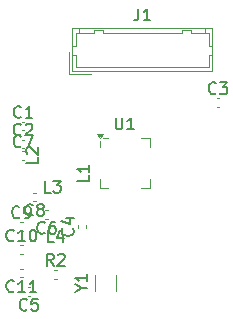
<source format=gbr>
%TF.GenerationSoftware,KiCad,Pcbnew,9.0.2*%
%TF.CreationDate,2025-05-30T19:54:00-04:00*%
%TF.ProjectId,porton micro,706f7274-6f6e-4206-9d69-63726f2e6b69,rev?*%
%TF.SameCoordinates,Original*%
%TF.FileFunction,Legend,Top*%
%TF.FilePolarity,Positive*%
%FSLAX46Y46*%
G04 Gerber Fmt 4.6, Leading zero omitted, Abs format (unit mm)*
G04 Created by KiCad (PCBNEW 9.0.2) date 2025-05-30 19:54:00*
%MOMM*%
%LPD*%
G01*
G04 APERTURE LIST*
%ADD10C,0.150000*%
%ADD11C,0.120000*%
G04 APERTURE END LIST*
D10*
X157478628Y-90226190D02*
X157954819Y-90226190D01*
X156954819Y-90559523D02*
X157478628Y-90226190D01*
X157478628Y-90226190D02*
X156954819Y-89892857D01*
X157954819Y-89035714D02*
X157954819Y-89607142D01*
X157954819Y-89321428D02*
X156954819Y-89321428D01*
X156954819Y-89321428D02*
X157097676Y-89416666D01*
X157097676Y-89416666D02*
X157192914Y-89511904D01*
X157192914Y-89511904D02*
X157240533Y-89607142D01*
X160363095Y-75779819D02*
X160363095Y-76589342D01*
X160363095Y-76589342D02*
X160410714Y-76684580D01*
X160410714Y-76684580D02*
X160458333Y-76732200D01*
X160458333Y-76732200D02*
X160553571Y-76779819D01*
X160553571Y-76779819D02*
X160744047Y-76779819D01*
X160744047Y-76779819D02*
X160839285Y-76732200D01*
X160839285Y-76732200D02*
X160886904Y-76684580D01*
X160886904Y-76684580D02*
X160934523Y-76589342D01*
X160934523Y-76589342D02*
X160934523Y-75779819D01*
X161934523Y-76779819D02*
X161363095Y-76779819D01*
X161648809Y-76779819D02*
X161648809Y-75779819D01*
X161648809Y-75779819D02*
X161553571Y-75922676D01*
X161553571Y-75922676D02*
X161458333Y-76017914D01*
X161458333Y-76017914D02*
X161363095Y-76065533D01*
X155103333Y-88314819D02*
X154770000Y-87838628D01*
X154531905Y-88314819D02*
X154531905Y-87314819D01*
X154531905Y-87314819D02*
X154912857Y-87314819D01*
X154912857Y-87314819D02*
X155008095Y-87362438D01*
X155008095Y-87362438D02*
X155055714Y-87410057D01*
X155055714Y-87410057D02*
X155103333Y-87505295D01*
X155103333Y-87505295D02*
X155103333Y-87648152D01*
X155103333Y-87648152D02*
X155055714Y-87743390D01*
X155055714Y-87743390D02*
X155008095Y-87791009D01*
X155008095Y-87791009D02*
X154912857Y-87838628D01*
X154912857Y-87838628D02*
X154531905Y-87838628D01*
X155484286Y-87410057D02*
X155531905Y-87362438D01*
X155531905Y-87362438D02*
X155627143Y-87314819D01*
X155627143Y-87314819D02*
X155865238Y-87314819D01*
X155865238Y-87314819D02*
X155960476Y-87362438D01*
X155960476Y-87362438D02*
X156008095Y-87410057D01*
X156008095Y-87410057D02*
X156055714Y-87505295D01*
X156055714Y-87505295D02*
X156055714Y-87600533D01*
X156055714Y-87600533D02*
X156008095Y-87743390D01*
X156008095Y-87743390D02*
X155436667Y-88314819D01*
X155436667Y-88314819D02*
X156055714Y-88314819D01*
X155103333Y-86324819D02*
X154627143Y-86324819D01*
X154627143Y-86324819D02*
X154627143Y-85324819D01*
X155865238Y-85658152D02*
X155865238Y-86324819D01*
X155627143Y-85277200D02*
X155389048Y-85991485D01*
X155389048Y-85991485D02*
X156008095Y-85991485D01*
X154848333Y-82124819D02*
X154372143Y-82124819D01*
X154372143Y-82124819D02*
X154372143Y-81124819D01*
X155086429Y-81124819D02*
X155705476Y-81124819D01*
X155705476Y-81124819D02*
X155372143Y-81505771D01*
X155372143Y-81505771D02*
X155515000Y-81505771D01*
X155515000Y-81505771D02*
X155610238Y-81553390D01*
X155610238Y-81553390D02*
X155657857Y-81601009D01*
X155657857Y-81601009D02*
X155705476Y-81696247D01*
X155705476Y-81696247D02*
X155705476Y-81934342D01*
X155705476Y-81934342D02*
X155657857Y-82029580D01*
X155657857Y-82029580D02*
X155610238Y-82077200D01*
X155610238Y-82077200D02*
X155515000Y-82124819D01*
X155515000Y-82124819D02*
X155229286Y-82124819D01*
X155229286Y-82124819D02*
X155134048Y-82077200D01*
X155134048Y-82077200D02*
X155086429Y-82029580D01*
X153784819Y-79151666D02*
X153784819Y-79627856D01*
X153784819Y-79627856D02*
X152784819Y-79627856D01*
X152880057Y-78865951D02*
X152832438Y-78818332D01*
X152832438Y-78818332D02*
X152784819Y-78723094D01*
X152784819Y-78723094D02*
X152784819Y-78484999D01*
X152784819Y-78484999D02*
X152832438Y-78389761D01*
X152832438Y-78389761D02*
X152880057Y-78342142D01*
X152880057Y-78342142D02*
X152975295Y-78294523D01*
X152975295Y-78294523D02*
X153070533Y-78294523D01*
X153070533Y-78294523D02*
X153213390Y-78342142D01*
X153213390Y-78342142D02*
X153784819Y-78913570D01*
X153784819Y-78913570D02*
X153784819Y-78294523D01*
X158124819Y-80681666D02*
X158124819Y-81157856D01*
X158124819Y-81157856D02*
X157124819Y-81157856D01*
X158124819Y-79824523D02*
X158124819Y-80395951D01*
X158124819Y-80110237D02*
X157124819Y-80110237D01*
X157124819Y-80110237D02*
X157267676Y-80205475D01*
X157267676Y-80205475D02*
X157362914Y-80300713D01*
X157362914Y-80300713D02*
X157410533Y-80395951D01*
X162296666Y-66554819D02*
X162296666Y-67269104D01*
X162296666Y-67269104D02*
X162249047Y-67411961D01*
X162249047Y-67411961D02*
X162153809Y-67507200D01*
X162153809Y-67507200D02*
X162010952Y-67554819D01*
X162010952Y-67554819D02*
X161915714Y-67554819D01*
X163296666Y-67554819D02*
X162725238Y-67554819D01*
X163010952Y-67554819D02*
X163010952Y-66554819D01*
X163010952Y-66554819D02*
X162915714Y-66697676D01*
X162915714Y-66697676D02*
X162820476Y-66792914D01*
X162820476Y-66792914D02*
X162725238Y-66840533D01*
X151737142Y-90459580D02*
X151689523Y-90507200D01*
X151689523Y-90507200D02*
X151546666Y-90554819D01*
X151546666Y-90554819D02*
X151451428Y-90554819D01*
X151451428Y-90554819D02*
X151308571Y-90507200D01*
X151308571Y-90507200D02*
X151213333Y-90411961D01*
X151213333Y-90411961D02*
X151165714Y-90316723D01*
X151165714Y-90316723D02*
X151118095Y-90126247D01*
X151118095Y-90126247D02*
X151118095Y-89983390D01*
X151118095Y-89983390D02*
X151165714Y-89792914D01*
X151165714Y-89792914D02*
X151213333Y-89697676D01*
X151213333Y-89697676D02*
X151308571Y-89602438D01*
X151308571Y-89602438D02*
X151451428Y-89554819D01*
X151451428Y-89554819D02*
X151546666Y-89554819D01*
X151546666Y-89554819D02*
X151689523Y-89602438D01*
X151689523Y-89602438D02*
X151737142Y-89650057D01*
X152689523Y-90554819D02*
X152118095Y-90554819D01*
X152403809Y-90554819D02*
X152403809Y-89554819D01*
X152403809Y-89554819D02*
X152308571Y-89697676D01*
X152308571Y-89697676D02*
X152213333Y-89792914D01*
X152213333Y-89792914D02*
X152118095Y-89840533D01*
X153641904Y-90554819D02*
X153070476Y-90554819D01*
X153356190Y-90554819D02*
X153356190Y-89554819D01*
X153356190Y-89554819D02*
X153260952Y-89697676D01*
X153260952Y-89697676D02*
X153165714Y-89792914D01*
X153165714Y-89792914D02*
X153070476Y-89840533D01*
X151737142Y-86169580D02*
X151689523Y-86217200D01*
X151689523Y-86217200D02*
X151546666Y-86264819D01*
X151546666Y-86264819D02*
X151451428Y-86264819D01*
X151451428Y-86264819D02*
X151308571Y-86217200D01*
X151308571Y-86217200D02*
X151213333Y-86121961D01*
X151213333Y-86121961D02*
X151165714Y-86026723D01*
X151165714Y-86026723D02*
X151118095Y-85836247D01*
X151118095Y-85836247D02*
X151118095Y-85693390D01*
X151118095Y-85693390D02*
X151165714Y-85502914D01*
X151165714Y-85502914D02*
X151213333Y-85407676D01*
X151213333Y-85407676D02*
X151308571Y-85312438D01*
X151308571Y-85312438D02*
X151451428Y-85264819D01*
X151451428Y-85264819D02*
X151546666Y-85264819D01*
X151546666Y-85264819D02*
X151689523Y-85312438D01*
X151689523Y-85312438D02*
X151737142Y-85360057D01*
X152689523Y-86264819D02*
X152118095Y-86264819D01*
X152403809Y-86264819D02*
X152403809Y-85264819D01*
X152403809Y-85264819D02*
X152308571Y-85407676D01*
X152308571Y-85407676D02*
X152213333Y-85502914D01*
X152213333Y-85502914D02*
X152118095Y-85550533D01*
X153308571Y-85264819D02*
X153403809Y-85264819D01*
X153403809Y-85264819D02*
X153499047Y-85312438D01*
X153499047Y-85312438D02*
X153546666Y-85360057D01*
X153546666Y-85360057D02*
X153594285Y-85455295D01*
X153594285Y-85455295D02*
X153641904Y-85645771D01*
X153641904Y-85645771D02*
X153641904Y-85883866D01*
X153641904Y-85883866D02*
X153594285Y-86074342D01*
X153594285Y-86074342D02*
X153546666Y-86169580D01*
X153546666Y-86169580D02*
X153499047Y-86217200D01*
X153499047Y-86217200D02*
X153403809Y-86264819D01*
X153403809Y-86264819D02*
X153308571Y-86264819D01*
X153308571Y-86264819D02*
X153213333Y-86217200D01*
X153213333Y-86217200D02*
X153165714Y-86169580D01*
X153165714Y-86169580D02*
X153118095Y-86074342D01*
X153118095Y-86074342D02*
X153070476Y-85883866D01*
X153070476Y-85883866D02*
X153070476Y-85645771D01*
X153070476Y-85645771D02*
X153118095Y-85455295D01*
X153118095Y-85455295D02*
X153165714Y-85360057D01*
X153165714Y-85360057D02*
X153213333Y-85312438D01*
X153213333Y-85312438D02*
X153308571Y-85264819D01*
X152213333Y-84199580D02*
X152165714Y-84247200D01*
X152165714Y-84247200D02*
X152022857Y-84294819D01*
X152022857Y-84294819D02*
X151927619Y-84294819D01*
X151927619Y-84294819D02*
X151784762Y-84247200D01*
X151784762Y-84247200D02*
X151689524Y-84151961D01*
X151689524Y-84151961D02*
X151641905Y-84056723D01*
X151641905Y-84056723D02*
X151594286Y-83866247D01*
X151594286Y-83866247D02*
X151594286Y-83723390D01*
X151594286Y-83723390D02*
X151641905Y-83532914D01*
X151641905Y-83532914D02*
X151689524Y-83437676D01*
X151689524Y-83437676D02*
X151784762Y-83342438D01*
X151784762Y-83342438D02*
X151927619Y-83294819D01*
X151927619Y-83294819D02*
X152022857Y-83294819D01*
X152022857Y-83294819D02*
X152165714Y-83342438D01*
X152165714Y-83342438D02*
X152213333Y-83390057D01*
X152689524Y-84294819D02*
X152880000Y-84294819D01*
X152880000Y-84294819D02*
X152975238Y-84247200D01*
X152975238Y-84247200D02*
X153022857Y-84199580D01*
X153022857Y-84199580D02*
X153118095Y-84056723D01*
X153118095Y-84056723D02*
X153165714Y-83866247D01*
X153165714Y-83866247D02*
X153165714Y-83485295D01*
X153165714Y-83485295D02*
X153118095Y-83390057D01*
X153118095Y-83390057D02*
X153070476Y-83342438D01*
X153070476Y-83342438D02*
X152975238Y-83294819D01*
X152975238Y-83294819D02*
X152784762Y-83294819D01*
X152784762Y-83294819D02*
X152689524Y-83342438D01*
X152689524Y-83342438D02*
X152641905Y-83390057D01*
X152641905Y-83390057D02*
X152594286Y-83485295D01*
X152594286Y-83485295D02*
X152594286Y-83723390D01*
X152594286Y-83723390D02*
X152641905Y-83818628D01*
X152641905Y-83818628D02*
X152689524Y-83866247D01*
X152689524Y-83866247D02*
X152784762Y-83913866D01*
X152784762Y-83913866D02*
X152975238Y-83913866D01*
X152975238Y-83913866D02*
X153070476Y-83866247D01*
X153070476Y-83866247D02*
X153118095Y-83818628D01*
X153118095Y-83818628D02*
X153165714Y-83723390D01*
X153333333Y-84019580D02*
X153285714Y-84067200D01*
X153285714Y-84067200D02*
X153142857Y-84114819D01*
X153142857Y-84114819D02*
X153047619Y-84114819D01*
X153047619Y-84114819D02*
X152904762Y-84067200D01*
X152904762Y-84067200D02*
X152809524Y-83971961D01*
X152809524Y-83971961D02*
X152761905Y-83876723D01*
X152761905Y-83876723D02*
X152714286Y-83686247D01*
X152714286Y-83686247D02*
X152714286Y-83543390D01*
X152714286Y-83543390D02*
X152761905Y-83352914D01*
X152761905Y-83352914D02*
X152809524Y-83257676D01*
X152809524Y-83257676D02*
X152904762Y-83162438D01*
X152904762Y-83162438D02*
X153047619Y-83114819D01*
X153047619Y-83114819D02*
X153142857Y-83114819D01*
X153142857Y-83114819D02*
X153285714Y-83162438D01*
X153285714Y-83162438D02*
X153333333Y-83210057D01*
X153904762Y-83543390D02*
X153809524Y-83495771D01*
X153809524Y-83495771D02*
X153761905Y-83448152D01*
X153761905Y-83448152D02*
X153714286Y-83352914D01*
X153714286Y-83352914D02*
X153714286Y-83305295D01*
X153714286Y-83305295D02*
X153761905Y-83210057D01*
X153761905Y-83210057D02*
X153809524Y-83162438D01*
X153809524Y-83162438D02*
X153904762Y-83114819D01*
X153904762Y-83114819D02*
X154095238Y-83114819D01*
X154095238Y-83114819D02*
X154190476Y-83162438D01*
X154190476Y-83162438D02*
X154238095Y-83210057D01*
X154238095Y-83210057D02*
X154285714Y-83305295D01*
X154285714Y-83305295D02*
X154285714Y-83352914D01*
X154285714Y-83352914D02*
X154238095Y-83448152D01*
X154238095Y-83448152D02*
X154190476Y-83495771D01*
X154190476Y-83495771D02*
X154095238Y-83543390D01*
X154095238Y-83543390D02*
X153904762Y-83543390D01*
X153904762Y-83543390D02*
X153809524Y-83591009D01*
X153809524Y-83591009D02*
X153761905Y-83638628D01*
X153761905Y-83638628D02*
X153714286Y-83733866D01*
X153714286Y-83733866D02*
X153714286Y-83924342D01*
X153714286Y-83924342D02*
X153761905Y-84019580D01*
X153761905Y-84019580D02*
X153809524Y-84067200D01*
X153809524Y-84067200D02*
X153904762Y-84114819D01*
X153904762Y-84114819D02*
X154095238Y-84114819D01*
X154095238Y-84114819D02*
X154190476Y-84067200D01*
X154190476Y-84067200D02*
X154238095Y-84019580D01*
X154238095Y-84019580D02*
X154285714Y-83924342D01*
X154285714Y-83924342D02*
X154285714Y-83733866D01*
X154285714Y-83733866D02*
X154238095Y-83638628D01*
X154238095Y-83638628D02*
X154190476Y-83591009D01*
X154190476Y-83591009D02*
X154095238Y-83543390D01*
X152353333Y-78199580D02*
X152305714Y-78247200D01*
X152305714Y-78247200D02*
X152162857Y-78294819D01*
X152162857Y-78294819D02*
X152067619Y-78294819D01*
X152067619Y-78294819D02*
X151924762Y-78247200D01*
X151924762Y-78247200D02*
X151829524Y-78151961D01*
X151829524Y-78151961D02*
X151781905Y-78056723D01*
X151781905Y-78056723D02*
X151734286Y-77866247D01*
X151734286Y-77866247D02*
X151734286Y-77723390D01*
X151734286Y-77723390D02*
X151781905Y-77532914D01*
X151781905Y-77532914D02*
X151829524Y-77437676D01*
X151829524Y-77437676D02*
X151924762Y-77342438D01*
X151924762Y-77342438D02*
X152067619Y-77294819D01*
X152067619Y-77294819D02*
X152162857Y-77294819D01*
X152162857Y-77294819D02*
X152305714Y-77342438D01*
X152305714Y-77342438D02*
X152353333Y-77390057D01*
X152686667Y-77294819D02*
X153353333Y-77294819D01*
X153353333Y-77294819D02*
X152924762Y-78294819D01*
X154353333Y-85519580D02*
X154305714Y-85567200D01*
X154305714Y-85567200D02*
X154162857Y-85614819D01*
X154162857Y-85614819D02*
X154067619Y-85614819D01*
X154067619Y-85614819D02*
X153924762Y-85567200D01*
X153924762Y-85567200D02*
X153829524Y-85471961D01*
X153829524Y-85471961D02*
X153781905Y-85376723D01*
X153781905Y-85376723D02*
X153734286Y-85186247D01*
X153734286Y-85186247D02*
X153734286Y-85043390D01*
X153734286Y-85043390D02*
X153781905Y-84852914D01*
X153781905Y-84852914D02*
X153829524Y-84757676D01*
X153829524Y-84757676D02*
X153924762Y-84662438D01*
X153924762Y-84662438D02*
X154067619Y-84614819D01*
X154067619Y-84614819D02*
X154162857Y-84614819D01*
X154162857Y-84614819D02*
X154305714Y-84662438D01*
X154305714Y-84662438D02*
X154353333Y-84710057D01*
X155210476Y-84614819D02*
X155020000Y-84614819D01*
X155020000Y-84614819D02*
X154924762Y-84662438D01*
X154924762Y-84662438D02*
X154877143Y-84710057D01*
X154877143Y-84710057D02*
X154781905Y-84852914D01*
X154781905Y-84852914D02*
X154734286Y-85043390D01*
X154734286Y-85043390D02*
X154734286Y-85424342D01*
X154734286Y-85424342D02*
X154781905Y-85519580D01*
X154781905Y-85519580D02*
X154829524Y-85567200D01*
X154829524Y-85567200D02*
X154924762Y-85614819D01*
X154924762Y-85614819D02*
X155115238Y-85614819D01*
X155115238Y-85614819D02*
X155210476Y-85567200D01*
X155210476Y-85567200D02*
X155258095Y-85519580D01*
X155258095Y-85519580D02*
X155305714Y-85424342D01*
X155305714Y-85424342D02*
X155305714Y-85186247D01*
X155305714Y-85186247D02*
X155258095Y-85091009D01*
X155258095Y-85091009D02*
X155210476Y-85043390D01*
X155210476Y-85043390D02*
X155115238Y-84995771D01*
X155115238Y-84995771D02*
X154924762Y-84995771D01*
X154924762Y-84995771D02*
X154829524Y-85043390D01*
X154829524Y-85043390D02*
X154781905Y-85091009D01*
X154781905Y-85091009D02*
X154734286Y-85186247D01*
X152853333Y-92019580D02*
X152805714Y-92067200D01*
X152805714Y-92067200D02*
X152662857Y-92114819D01*
X152662857Y-92114819D02*
X152567619Y-92114819D01*
X152567619Y-92114819D02*
X152424762Y-92067200D01*
X152424762Y-92067200D02*
X152329524Y-91971961D01*
X152329524Y-91971961D02*
X152281905Y-91876723D01*
X152281905Y-91876723D02*
X152234286Y-91686247D01*
X152234286Y-91686247D02*
X152234286Y-91543390D01*
X152234286Y-91543390D02*
X152281905Y-91352914D01*
X152281905Y-91352914D02*
X152329524Y-91257676D01*
X152329524Y-91257676D02*
X152424762Y-91162438D01*
X152424762Y-91162438D02*
X152567619Y-91114819D01*
X152567619Y-91114819D02*
X152662857Y-91114819D01*
X152662857Y-91114819D02*
X152805714Y-91162438D01*
X152805714Y-91162438D02*
X152853333Y-91210057D01*
X153758095Y-91114819D02*
X153281905Y-91114819D01*
X153281905Y-91114819D02*
X153234286Y-91591009D01*
X153234286Y-91591009D02*
X153281905Y-91543390D01*
X153281905Y-91543390D02*
X153377143Y-91495771D01*
X153377143Y-91495771D02*
X153615238Y-91495771D01*
X153615238Y-91495771D02*
X153710476Y-91543390D01*
X153710476Y-91543390D02*
X153758095Y-91591009D01*
X153758095Y-91591009D02*
X153805714Y-91686247D01*
X153805714Y-91686247D02*
X153805714Y-91924342D01*
X153805714Y-91924342D02*
X153758095Y-92019580D01*
X153758095Y-92019580D02*
X153710476Y-92067200D01*
X153710476Y-92067200D02*
X153615238Y-92114819D01*
X153615238Y-92114819D02*
X153377143Y-92114819D01*
X153377143Y-92114819D02*
X153281905Y-92067200D01*
X153281905Y-92067200D02*
X153234286Y-92019580D01*
X156719580Y-85166666D02*
X156767200Y-85214285D01*
X156767200Y-85214285D02*
X156814819Y-85357142D01*
X156814819Y-85357142D02*
X156814819Y-85452380D01*
X156814819Y-85452380D02*
X156767200Y-85595237D01*
X156767200Y-85595237D02*
X156671961Y-85690475D01*
X156671961Y-85690475D02*
X156576723Y-85738094D01*
X156576723Y-85738094D02*
X156386247Y-85785713D01*
X156386247Y-85785713D02*
X156243390Y-85785713D01*
X156243390Y-85785713D02*
X156052914Y-85738094D01*
X156052914Y-85738094D02*
X155957676Y-85690475D01*
X155957676Y-85690475D02*
X155862438Y-85595237D01*
X155862438Y-85595237D02*
X155814819Y-85452380D01*
X155814819Y-85452380D02*
X155814819Y-85357142D01*
X155814819Y-85357142D02*
X155862438Y-85214285D01*
X155862438Y-85214285D02*
X155910057Y-85166666D01*
X156148152Y-84309523D02*
X156814819Y-84309523D01*
X155767200Y-84547618D02*
X156481485Y-84785713D01*
X156481485Y-84785713D02*
X156481485Y-84166666D01*
X168853333Y-73699580D02*
X168805714Y-73747200D01*
X168805714Y-73747200D02*
X168662857Y-73794819D01*
X168662857Y-73794819D02*
X168567619Y-73794819D01*
X168567619Y-73794819D02*
X168424762Y-73747200D01*
X168424762Y-73747200D02*
X168329524Y-73651961D01*
X168329524Y-73651961D02*
X168281905Y-73556723D01*
X168281905Y-73556723D02*
X168234286Y-73366247D01*
X168234286Y-73366247D02*
X168234286Y-73223390D01*
X168234286Y-73223390D02*
X168281905Y-73032914D01*
X168281905Y-73032914D02*
X168329524Y-72937676D01*
X168329524Y-72937676D02*
X168424762Y-72842438D01*
X168424762Y-72842438D02*
X168567619Y-72794819D01*
X168567619Y-72794819D02*
X168662857Y-72794819D01*
X168662857Y-72794819D02*
X168805714Y-72842438D01*
X168805714Y-72842438D02*
X168853333Y-72890057D01*
X169186667Y-72794819D02*
X169805714Y-72794819D01*
X169805714Y-72794819D02*
X169472381Y-73175771D01*
X169472381Y-73175771D02*
X169615238Y-73175771D01*
X169615238Y-73175771D02*
X169710476Y-73223390D01*
X169710476Y-73223390D02*
X169758095Y-73271009D01*
X169758095Y-73271009D02*
X169805714Y-73366247D01*
X169805714Y-73366247D02*
X169805714Y-73604342D01*
X169805714Y-73604342D02*
X169758095Y-73699580D01*
X169758095Y-73699580D02*
X169710476Y-73747200D01*
X169710476Y-73747200D02*
X169615238Y-73794819D01*
X169615238Y-73794819D02*
X169329524Y-73794819D01*
X169329524Y-73794819D02*
X169234286Y-73747200D01*
X169234286Y-73747200D02*
X169186667Y-73699580D01*
X152353333Y-77199580D02*
X152305714Y-77247200D01*
X152305714Y-77247200D02*
X152162857Y-77294819D01*
X152162857Y-77294819D02*
X152067619Y-77294819D01*
X152067619Y-77294819D02*
X151924762Y-77247200D01*
X151924762Y-77247200D02*
X151829524Y-77151961D01*
X151829524Y-77151961D02*
X151781905Y-77056723D01*
X151781905Y-77056723D02*
X151734286Y-76866247D01*
X151734286Y-76866247D02*
X151734286Y-76723390D01*
X151734286Y-76723390D02*
X151781905Y-76532914D01*
X151781905Y-76532914D02*
X151829524Y-76437676D01*
X151829524Y-76437676D02*
X151924762Y-76342438D01*
X151924762Y-76342438D02*
X152067619Y-76294819D01*
X152067619Y-76294819D02*
X152162857Y-76294819D01*
X152162857Y-76294819D02*
X152305714Y-76342438D01*
X152305714Y-76342438D02*
X152353333Y-76390057D01*
X152734286Y-76390057D02*
X152781905Y-76342438D01*
X152781905Y-76342438D02*
X152877143Y-76294819D01*
X152877143Y-76294819D02*
X153115238Y-76294819D01*
X153115238Y-76294819D02*
X153210476Y-76342438D01*
X153210476Y-76342438D02*
X153258095Y-76390057D01*
X153258095Y-76390057D02*
X153305714Y-76485295D01*
X153305714Y-76485295D02*
X153305714Y-76580533D01*
X153305714Y-76580533D02*
X153258095Y-76723390D01*
X153258095Y-76723390D02*
X152686667Y-77294819D01*
X152686667Y-77294819D02*
X153305714Y-77294819D01*
X152353333Y-75699580D02*
X152305714Y-75747200D01*
X152305714Y-75747200D02*
X152162857Y-75794819D01*
X152162857Y-75794819D02*
X152067619Y-75794819D01*
X152067619Y-75794819D02*
X151924762Y-75747200D01*
X151924762Y-75747200D02*
X151829524Y-75651961D01*
X151829524Y-75651961D02*
X151781905Y-75556723D01*
X151781905Y-75556723D02*
X151734286Y-75366247D01*
X151734286Y-75366247D02*
X151734286Y-75223390D01*
X151734286Y-75223390D02*
X151781905Y-75032914D01*
X151781905Y-75032914D02*
X151829524Y-74937676D01*
X151829524Y-74937676D02*
X151924762Y-74842438D01*
X151924762Y-74842438D02*
X152067619Y-74794819D01*
X152067619Y-74794819D02*
X152162857Y-74794819D01*
X152162857Y-74794819D02*
X152305714Y-74842438D01*
X152305714Y-74842438D02*
X152353333Y-74890057D01*
X153305714Y-75794819D02*
X152734286Y-75794819D01*
X153020000Y-75794819D02*
X153020000Y-74794819D01*
X153020000Y-74794819D02*
X152924762Y-74937676D01*
X152924762Y-74937676D02*
X152829524Y-75032914D01*
X152829524Y-75032914D02*
X152734286Y-75080533D01*
D11*
%TO.C,Y1*%
X158625000Y-90425000D02*
X158625000Y-89075000D01*
X160375000Y-90425000D02*
X160375000Y-89075000D01*
%TO.C,U1*%
X159015000Y-78240000D02*
X159015000Y-77755000D01*
X159015000Y-81735000D02*
X159015000Y-81010000D01*
X159740000Y-77515000D02*
X159315000Y-77515000D01*
X159740000Y-81735000D02*
X159015000Y-81735000D01*
X162510000Y-77515000D02*
X163235000Y-77515000D01*
X162510000Y-81735000D02*
X163235000Y-81735000D01*
X163235000Y-77515000D02*
X163235000Y-78240000D01*
X163235000Y-81735000D02*
X163235000Y-81010000D01*
X159015000Y-77515000D02*
X158775000Y-77185000D01*
X159255000Y-77185000D01*
X159015000Y-77515000D01*
G36*
X159015000Y-77515000D02*
G01*
X158775000Y-77185000D01*
X159255000Y-77185000D01*
X159015000Y-77515000D01*
G37*
%TO.C,R2*%
X155116359Y-88650000D02*
X155423641Y-88650000D01*
X155116359Y-89410000D02*
X155423641Y-89410000D01*
%TO.C,J1*%
X156390000Y-70200000D02*
X156390000Y-72110000D01*
X156390000Y-72110000D02*
X158300000Y-72110000D01*
X156700000Y-68200000D02*
X156700000Y-71800000D01*
X156700000Y-69750000D02*
X157000000Y-69750000D01*
X156700000Y-70500000D02*
X157000000Y-70500000D01*
X156700000Y-71800000D02*
X168550000Y-71800000D01*
X157000000Y-68650000D02*
X157300000Y-68650000D01*
X157000000Y-69750000D02*
X157000000Y-68650000D01*
X157000000Y-70500000D02*
X157000000Y-71500000D01*
X157000000Y-71500000D02*
X168250000Y-71500000D01*
X157300000Y-68650000D02*
X157300000Y-68200000D01*
X157300000Y-68650000D02*
X158500000Y-68650000D01*
X158500000Y-68350000D02*
X159250000Y-68350000D01*
X158500000Y-68650000D02*
X158500000Y-68350000D01*
X159250000Y-68350000D02*
X159250000Y-68650000D01*
X159250000Y-68650000D02*
X166000000Y-68650000D01*
X166000000Y-68350000D02*
X166750000Y-68350000D01*
X166000000Y-68650000D02*
X166000000Y-68350000D01*
X166750000Y-68350000D02*
X166750000Y-68650000D01*
X166750000Y-68650000D02*
X167950000Y-68650000D01*
X167950000Y-68650000D02*
X167950000Y-68200000D01*
X168250000Y-68650000D02*
X167950000Y-68650000D01*
X168250000Y-69750000D02*
X168250000Y-68650000D01*
X168250000Y-70500000D02*
X168550000Y-70500000D01*
X168250000Y-71500000D02*
X168250000Y-70500000D01*
X168550000Y-68200000D02*
X156700000Y-68200000D01*
X168550000Y-69750000D02*
X168250000Y-69750000D01*
X168550000Y-71800000D02*
X168550000Y-68200000D01*
%TO.C,C11*%
X152487836Y-89300000D02*
X152272164Y-89300000D01*
X152487836Y-88580000D02*
X152272164Y-88580000D01*
%TO.C,C10*%
X152272164Y-86610000D02*
X152487836Y-86610000D01*
X152272164Y-87330000D02*
X152487836Y-87330000D01*
%TO.C,C9*%
X152272164Y-84640000D02*
X152487836Y-84640000D01*
X152272164Y-85360000D02*
X152487836Y-85360000D01*
%TO.C,C8*%
X153607836Y-82860000D02*
X153392164Y-82860000D01*
X153607836Y-82140000D02*
X153392164Y-82140000D01*
%TO.C,C7*%
X152412164Y-78640000D02*
X152627836Y-78640000D01*
X152412164Y-79360000D02*
X152627836Y-79360000D01*
%TO.C,C6*%
X154627836Y-84360000D02*
X154412164Y-84360000D01*
X154627836Y-83640000D02*
X154412164Y-83640000D01*
%TO.C,C5*%
X153127836Y-90860000D02*
X152912164Y-90860000D01*
X153127836Y-90140000D02*
X152912164Y-90140000D01*
%TO.C,C4*%
X157160000Y-85107836D02*
X157160000Y-84892164D01*
X157880000Y-85107836D02*
X157880000Y-84892164D01*
%TO.C,C3*%
X168912164Y-74140000D02*
X169127836Y-74140000D01*
X168912164Y-74860000D02*
X169127836Y-74860000D01*
%TO.C,C2*%
X152412164Y-77640000D02*
X152627836Y-77640000D01*
X152412164Y-78360000D02*
X152627836Y-78360000D01*
%TO.C,C1*%
X152412164Y-76140000D02*
X152627836Y-76140000D01*
X152412164Y-76860000D02*
X152627836Y-76860000D01*
%TD*%
M02*

</source>
